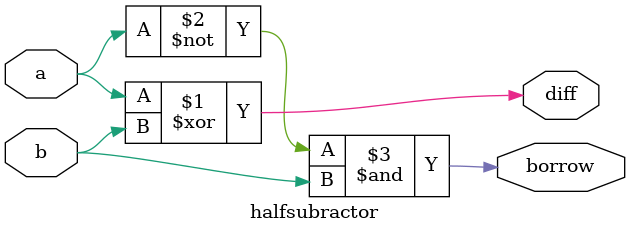
<source format=v>
module halfsubractor(a,b,borrow,diff);
input a,b;
output borrow,diff;
xor g1(diff,a,b);
and g2(borrow,~a,b);
endmodule

</source>
